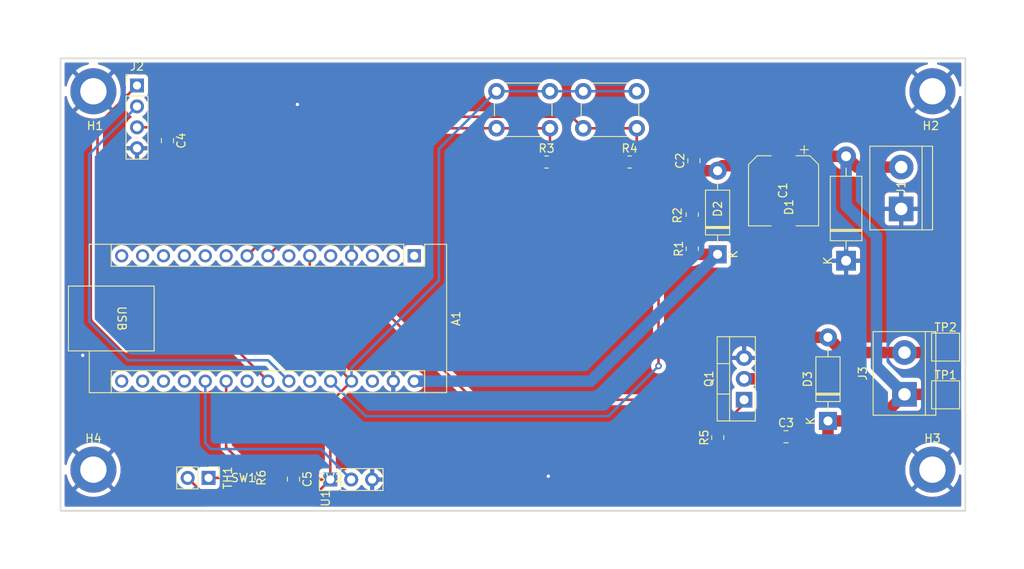
<source format=kicad_pcb>
(kicad_pcb (version 20211014) (generator pcbnew)
  (layers (0 "F.Cu" signal) (31 "B.Cu" signal) (34 "B.Paste" user) (35 "F.Paste" user) (36 "B.SilkS" user "B.Silkscreen") (37 "F.SilkS" user "F.Silkscreen") (38 "B.Mask" user) (39 "F.Mask" user) (44 "Edge.Cuts" user))
  (net 0 "")
  (net 4 "GND")
  (net 6 "GATE")
  (net 8 "/UP_SW")
  (net 9 "/DN_SW")
  (net 19 "V_DIV")
  (net 20 "TEMP_DATA0")
  (net 21 "TEMP_DATA")
  (net 23 "/SDA_OLED")
  (net 24 "/SCL_OLED")
  (net 26 "+5V")
  (net 28 "VD")
  (net 29 "VCC")
  (net 30 "Net-(C3-Pad2)")
  (footprint "Resistor_SMD:R_0805_2012Metric" (layer "F.Cu") (at 144.8 75.14 90)
    (fp_text reference "R1" (at 0 -1.65 90) (layer "F.SilkS"))
    (fp_text value "3K")
    (fp_line (start -0.227064 0.735) (end 0.227064 0.735) (layer "F.SilkS") (width 0.12))
    (fp_line (start -0.227064 -0.735) (end 0.227064 -0.735) (layer "F.SilkS") (width 0.12))
    (pad "1" smd roundrect (at -0.9125 0 90) (size 1.025 1.4) (layers "F.Cu" "F.Paste" "F.Mask") (roundrect_rratio 0.243902439) (net 28 "VD"))
    (pad "2" smd roundrect (at 0.9125 0 90) (size 1.025 1.4) (layers "F.Cu" "F.Paste" "F.Mask") (roundrect_rratio 0.243902439) (net 19 "V_DIV"))
  )
  (footprint "Resistor_SMD:R_0805_2012Metric" (layer "F.Cu") (at 144.8 70.9875 -90)
    (fp_text reference "R2" (at 0.1 1.8 90) (layer "F.SilkS"))
    (fp_text value "1K")
    (fp_line (start -0.227064 0.735) (end 0.227064 0.735) (layer "F.SilkS") (width 0.12))
    (fp_line (start -0.227064 -0.735) (end 0.227064 -0.735) (layer "F.SilkS") (width 0.12))
    (pad "1" smd roundrect (at -0.9125 0 270) (size 1.025 1.4) (layers "F.Cu" "F.Paste" "F.Mask") (roundrect_rratio 0.243902439) (net 4 "GND"))
    (pad "2" smd roundrect (at 0.9125 0 270) (size 1.025 1.4) (layers "F.Cu" "F.Paste" "F.Mask") (roundrect_rratio 0.243902439) (net 19 "V_DIV"))
  )
  (footprint "Diode_THT:D_DO-41_SOD81_P10.16mm_Horizontal" (layer "F.Cu") (at 147.88 75.82 90)
    (fp_text reference "D2" (at 5.52 0.02 90) (layer "F.SilkS"))
    (fp_text value "D")
    (fp_text user "K" (at 0 1.92 90) (layer "F.SilkS"))
    (fp_line (start 3.14 -1.47) (end 3.14 1.47) (layer "F.SilkS") (width 0.12))
    (fp_line (start 3.26 -1.47) (end 3.26 1.47) (layer "F.SilkS") (width 0.12))
    (fp_line (start 3.38 -1.47) (end 3.38 1.47) (layer "F.SilkS") (width 0.12))
    (fp_line (start 1.34 0) (end 2.36 0) (layer "F.SilkS") (width 0.12))
    (fp_line (start 2.36 1.47) (end 7.8 1.47) (layer "F.SilkS") (width 0.12))
    (fp_line (start 7.8 1.47) (end 7.8 -1.47) (layer "F.SilkS") (width 0.12))
    (fp_line (start 8.82 0) (end 7.8 0) (layer "F.SilkS") (width 0.12))
    (fp_line (start 2.36 -1.47) (end 2.36 1.47) (layer "F.SilkS") (width 0.12))
    (fp_line (start 7.8 -1.47) (end 2.36 -1.47) (layer "F.SilkS") (width 0.12))
    (pad "1" thru_hole rect (at 0 0 90) (size 2.2 2.2) (drill 1.1) (layers *.Cu *.Mask) (net 28 "VD"))
    (pad "2" thru_hole oval (at 10.16 0 90) (size 2.2 2.2) (drill 1.1) (layers *.Cu *.Mask) (net 29 "VCC"))
  )
  (footprint "Resistor_SMD:R_0805_2012Metric" (layer "F.Cu") (at 90.925 102.9875 -90)
    (fp_text reference "R6" (at 0 -1.49 90) (layer "F.SilkS"))
    (fp_text value "100K")
    (fp_line (start -0.227064 -0.735) (end 0.227064 -0.735) (layer "F.SilkS") (width 0.12))
    (fp_line (start -0.227064 0.735) (end 0.227064 0.735) (layer "F.SilkS") (width 0.12))
    (pad "1" smd roundrect (at -0.9125 0 270) (size 1.025 1.4) (layers "F.Cu" "F.Paste" "F.Mask") (roundrect_rratio 0.243902439) (net 21 "TEMP_DATA"))
    (pad "2" smd roundrect (at 0.9125 0 270) (size 1.025 1.4) (layers "F.Cu" "F.Paste" "F.Mask") (roundrect_rratio 0.243902439) (net 4 "GND"))
  )
  (footprint "Capacitor_SMD:C_0805_2012Metric" (layer "F.Cu") (at 156.2 98)
    (fp_text reference "C3" (at 0 -1.68) (layer "F.SilkS"))
    (fp_text value "1nF")
    (fp_line (start -0.261252 0.735) (end 0.261252 0.735) (layer "F.SilkS") (width 0.12))
    (fp_line (start -0.261252 -0.735) (end 0.261252 -0.735) (layer "F.SilkS") (width 0.12))
    (pad "1" smd roundrect (at -0.95 0) (size 1 1.45) (layers "F.Cu" "F.Paste" "F.Mask") (net 29 "VCC"))
    (pad "2" smd roundrect (at 0.95 0) (size 1 1.45) (layers "F.Cu" "F.Paste" "F.Mask") (net 30 "Net-(C3-Pad2)"))
  )
  (footprint "Capacitor_SMD:C_0805_2012Metric" (layer "F.Cu") (at 96.325 103.15 -90)
    (fp_text reference "C5" (at 0 -1.68 90) (layer "F.SilkS"))
    (fp_text value "100nF")
    (fp_line (start -0.261252 0.735) (end 0.261252 0.735) (layer "F.SilkS") (width 0.12))
    (fp_line (start -0.261252 -0.735) (end 0.261252 -0.735) (layer "F.SilkS") (width 0.12))
    (pad "1" smd roundrect (at -0.95 0 270) (size 1 1.45) (layers "F.Cu" "F.Paste" "F.Mask") (net 26 "+5V"))
    (pad "2" smd roundrect (at 0.95 0 270) (size 1 1.45) (layers "F.Cu" "F.Paste" "F.Mask") (net 4 "GND"))
  )
  (footprint "Diode_THT:D_DO-41_SOD81_P10.16mm_Horizontal" (layer "F.Cu") (at 161.3 96.08 90)
    (fp_text reference "D3" (at 5.08 -2.47 90) (layer "F.SilkS"))
    (fp_text value "D_Zener")
    (fp_text user "K" (at 0 -2.1 90) (layer "F.SilkS"))
    (fp_line (start 1.34 0) (end 2.36 0) (layer "F.SilkS") (width 0.12))
    (fp_line (start 3.14 -1.47) (end 3.14 1.47) (layer "F.SilkS") (width 0.12))
    (fp_line (start 2.36 -1.47) (end 2.36 1.47) (layer "F.SilkS") (width 0.12))
    (fp_line (start 7.8 -1.47) (end 2.36 -1.47) (layer "F.SilkS") (width 0.12))
    (fp_line (start 3.26 -1.47) (end 3.26 1.47) (layer "F.SilkS") (width 0.12))
    (fp_line (start 3.38 -1.47) (end 3.38 1.47) (layer "F.SilkS") (width 0.12))
    (fp_line (start 8.82 0) (end 7.8 0) (layer "F.SilkS") (width 0.12))
    (fp_line (start 7.8 1.47) (end 7.8 -1.47) (layer "F.SilkS") (width 0.12))
    (fp_line (start 2.36 1.47) (end 7.8 1.47) (layer "F.SilkS") (width 0.12))
    (pad "1" thru_hole rect (at 0 0 90) (size 2.2 2.2) (drill 1.1) (layers *.Cu *.Mask) (net 29 "VCC"))
    (pad "2" thru_hole oval (at 10.16 0 90) (size 2.2 2.2) (drill 1.1) (layers *.Cu *.Mask) (net 30 "Net-(C3-Pad2)"))
  )
  (footprint "Connector_PinHeader_2.54mm:PinHeader_1x02_P2.54mm_Vertical" (layer "F.Cu") (at 86 103 -90)
    (fp_text reference "TH1" (at 0 -2.33 90) (layer "F.SilkS"))
    (fp_text value "Thermistor 100K")
    (fp_line (start -1.33 0) (end -1.33 -1.33) (layer "F.SilkS") (width 0.12))
    (fp_line (start 1.33 1.27) (end 1.33 3.87) (layer "F.SilkS") (width 0.12))
    (fp_line (start -1.33 -1.33) (end 0 -1.33) (layer "F.SilkS") (width 0.12))
    (fp_line (start -1.33 1.27) (end -1.33 3.87) (layer "F.SilkS") (width 0.12))
    (fp_line (start -1.33 1.27) (end 1.33 1.27) (layer "F.SilkS") (width 0.12))
    (fp_line (start -1.33 3.87) (end 1.33 3.87) (layer "F.SilkS") (width 0.12))
    (pad "1" thru_hole rect (at 0 0 270) (size 1.7 1.7) (drill 1) (layers *.Cu *.Mask) (net 21 "TEMP_DATA"))
    (pad "2" thru_hole oval (at 0 2.54 270) (size 1.7 1.7) (drill 1) (layers *.Cu *.Mask) (net 26 "+5V"))
  )
  (footprint "Diode_THT:D_DO-15_P12.70mm_Horizontal" (layer "F.Cu") (at 163.5 76.6 90)
    (fp_text reference "D1" (at 6.51 -6.94 90) (layer "F.SilkS"))
    (fp_text value "ESD")
    (fp_text user "K" (at 0 -2.2 90) (layer "F.SilkS"))
    (fp_line (start 11.26 0) (end 10.27 0) (layer "F.SilkS") (width 0.12))
    (fp_line (start 1.44 0) (end 2.43 0) (layer "F.SilkS") (width 0.12))
    (fp_line (start 3.81 -1.92) (end 3.81 1.92) (layer "F.SilkS") (width 0.12))
    (fp_line (start 2.43 1.92) (end 10.27 1.92) (layer "F.SilkS") (width 0.12))
    (fp_line (start 10.27 -1.92) (end 2.43 -1.92) (layer "F.SilkS") (width 0.12))
    (fp_line (start 3.57 -1.92) (end 3.57 1.92) (layer "F.SilkS") (width 0.12))
    (fp_line (start 2.43 -1.92) (end 2.43 1.92) (layer "F.SilkS") (width 0.12))
    (fp_line (start 10.27 1.92) (end 10.27 -1.92) (layer "F.SilkS") (width 0.12))
    (fp_line (start 3.69 -1.92) (end 3.69 1.92) (layer "F.SilkS") (width 0.12))
    (pad "1" thru_hole rect (at 0 0 90) (size 2.4 2.4) (drill 1.2) (layers *.Cu *.Mask) (net 4 "GND"))
    (pad "2" thru_hole oval (at 12.7 0 90) (size 2.4 2.4) (drill 1.2) (layers *.Cu *.Mask) (net 29 "VCC"))
  )
  (footprint "MountingHole:MountingHole_3.2mm_M3_DIN965_Pad" (layer "F.Cu") (at 72 102)
    (fp_text reference "H4" (at 0 -3.8) (layer "F.SilkS"))
    (fp_text value "MountingHole_Pad")
    (pad "1" thru_hole circle (at 0 0) (size 5.6 5.6) (drill 3.2) (layers *.Cu *.Mask) (net 4 "GND"))
  )
  (footprint "TestPoint:TestPoint_Pad_3.0x3.0mm" (layer "F.Cu") (at 175.6 92.9)
    (fp_text reference "TP1" (at 0 -2.398) (layer "F.SilkS"))
    (fp_text value "TestPoint")
    (fp_line (start -1.7 -1.7) (end 1.7 -1.7) (layer "F.SilkS") (width 0.12))
    (fp_line (start 1.7 -1.7) (end 1.7 1.7) (layer "F.SilkS") (width 0.12))
    (fp_line (start 1.7 1.7) (end -1.7 1.7) (layer "F.SilkS") (width 0.12))
    (fp_line (start -1.7 1.7) (end -1.7 -1.7) (layer "F.SilkS") (width 0.12))
    (pad "1" smd rect (at 0 0) (size 3 3) (layers "F.Cu" "F.Mask") (net 29 "VCC"))
  )
  (footprint "Resistor_SMD:R_0805_2012Metric" (layer "F.Cu") (at 127.0875 64.6)
    (fp_text reference "R3" (at 0 -1.65) (layer "F.SilkS"))
    (fp_text value "10K")
    (fp_line (start -0.227064 -0.735) (end 0.227064 -0.735) (layer "F.SilkS") (width 0.12))
    (fp_line (start -0.227064 0.735) (end 0.227064 0.735) (layer "F.SilkS") (width 0.12))
    (pad "1" smd roundrect (at -0.9125 0) (size 1.025 1.4) (layers "F.Cu" "F.Paste" "F.Mask") (roundrect_rratio 0.243902439) (net 4 "GND"))
    (pad "2" smd roundrect (at 0.9125 0) (size 1.025 1.4) (layers "F.Cu" "F.Paste" "F.Mask") (roundrect_rratio 0.243902439) (net 8 "/UP_SW"))
  )
  (footprint "Capacitor_SMD:C_0805_2012Metric" (layer "F.Cu") (at 145 64.45 90)
    (fp_text reference "C2" (at 0 -1.68 90) (layer "F.SilkS"))
    (fp_text value "100nF")
    (fp_line (start -0.261252 -0.735) (end 0.261252 -0.735) (layer "F.SilkS") (width 0.12))
    (fp_line (start -0.261252 0.735) (end 0.261252 0.735) (layer "F.SilkS") (width 0.12))
    (pad "1" smd roundrect (at -0.95 0 90) (size 1 1.45) (layers "F.Cu" "F.Paste" "F.Mask") (net 29 "VCC"))
    (pad "2" smd roundrect (at 0.95 0 90) (size 1 1.45) (layers "F.Cu" "F.Paste" "F.Mask") (net 4 "GND"))
  )
  (footprint "MountingHole:MountingHole_3.2mm_M3_DIN965_Pad" (layer "F.Cu") (at 174 56)
    (fp_text reference "H2" (at -0.2 4.2) (layer "F.SilkS"))
    (fp_text value "MountingHole_Pad")
    (pad "1" thru_hole circle (at 0 0) (size 5.6 5.6) (drill 3.2) (layers *.Cu *.Mask) (net 4 "GND"))
  )
  (footprint "Connector_PinHeader_2.54mm:PinHeader_1x04_P2.54mm_Vertical" (layer "F.Cu") (at 77.3 55.3)
    (fp_text reference "J2" (at 0 -2.33) (layer "F.SilkS"))
    (fp_text value "OLED 0.91''")
    (fp_line (start -1.33 8.95) (end 1.33 8.95) (layer "F.SilkS") (width 0.12))
    (fp_line (start -1.33 1.27) (end 1.33 1.27) (layer "F.SilkS") (width 0.12))
    (fp_line (start -1.33 1.27) (end -1.33 8.95) (layer "F.SilkS") (width 0.12))
    (fp_line (start -1.33 -1.33) (end 0 -1.33) (layer "F.SilkS") (width 0.12))
    (fp_line (start 1.33 1.27) (end 1.33 8.95) (layer "F.SilkS") (width 0.12))
    (fp_line (start -1.33 0) (end -1.33 -1.33) (layer "F.SilkS") (width 0.12))
    (pad "1" thru_hole rect (at 0 0) (size 1.7 1.7) (drill 1) (layers *.Cu *.Mask) (net 23 "/SDA_OLED"))
    (pad "2" thru_hole oval (at 0 2.54) (size 1.7 1.7) (drill 1) (layers *.Cu *.Mask) (net 24 "/SCL_OLED"))
    (pad "3" thru_hole oval (at 0 5.08) (size 1.7 1.7) (drill 1) (layers *.Cu *.Mask) (net 26 "+5V"))
    (pad "4" thru_hole oval (at 0 7.62) (size 1.7 1.7) (drill 1) (layers *.Cu *.Mask) (net 4 "GND"))
  )
  (footprint "Resistor_SMD:R_0805_2012Metric" (layer "F.Cu") (at 147.9 98.1 90)
    (fp_text reference "R5" (at 0 -1.65 90) (layer "F.SilkS"))
    (fp_text value "10K")
    (fp_line (start -0.227064 -0.735) (end 0.227064 -0.735) (layer "F.SilkS") (width 0.12))
    (fp_line (start -0.227064 0.735) (end 0.227064 0.735) (layer "F.SilkS") (width 0.12))
    (pad "1" smd roundrect (at -0.9125 0 90) (size 1.025 1.4) (layers "F.Cu" "F.Paste" "F.Mask") (roundrect_rratio 0.243902439) (net 4 "GND"))
    (pad "2" smd roundrect (at 0.9125 0 90) (size 1.025 1.4) (layers "F.Cu" "F.Paste" "F.Mask") (roundrect_rratio 0.243902439) (net 6 "GATE"))
  )
  (footprint "Capacitor_SMD:C_0805_2012Metric" (layer "F.Cu") (at 81 62 -90)
    (fp_text reference "C4" (at 0 -1.68 90) (layer "F.SilkS"))
    (fp_text value "100nF")
    (fp_line (start -0.261252 -0.735) (end 0.261252 -0.735) (layer "F.SilkS") (width 0.12))
    (fp_line (start -0.261252 0.735) (end 0.261252 0.735) (layer "F.SilkS") (width 0.12))
    (pad "1" smd roundrect (at -0.95 0 270) (size 1 1.45) (layers "F.Cu" "F.Paste" "F.Mask") (net 26 "+5V"))
    (pad "2" smd roundrect (at 0.95 0 270) (size 1 1.45) (layers "F.Cu" "F.Paste" "F.Mask") (net 4 "GND"))
  )
  (footprint "TestPoint:TestPoint_Pad_3.0x3.0mm" (layer "F.Cu") (at 175.6 87.1)
    (fp_text reference "TP2" (at 0 -2.398) (layer "F.SilkS"))
    (fp_text value "TestPoint")
    (fp_line (start 1.7 1.7) (end -1.7 1.7) (layer "F.SilkS") (width 0.12))
    (fp_line (start -1.7 1.7) (end -1.7 -1.7) (layer "F.SilkS") (width 0.12))
    (fp_line (start 1.7 -1.7) (end 1.7 1.7) (layer "F.SilkS") (width 0.12))
    (fp_line (start -1.7 -1.7) (end 1.7 -1.7) (layer "F.SilkS") (width 0.12))
    (pad "1" smd rect (at 0 0) (size 3 3) (layers "F.Cu" "F.Mask") (net 30 "Net-(C3-Pad2)"))
  )
  (footprint "Resistor_SMD:R_0805_2012Metric" (layer "F.Cu") (at 137.1875 64.6)
    (fp_text reference "R4" (at 0 -1.65) (layer "F.SilkS"))
    (fp_text value "10K")
    (fp_line (start -0.227064 0.735) (end 0.227064 0.735) (layer "F.SilkS") (width 0.12))
    (fp_line (start -0.227064 -0.735) (end 0.227064 -0.735) (layer "F.SilkS") (width 0.12))
    (pad "1" smd roundrect (at -0.9125 0) (size 1.025 1.4) (layers "F.Cu" "F.Paste" "F.Mask") (roundrect_rratio 0.243902439) (net 4 "GND"))
    (pad "2" smd roundrect (at 0.9125 0) (size 1.025 1.4) (layers "F.Cu" "F.Paste" "F.Mask") (roundrect_rratio 0.243902439) (net 9 "/DN_SW"))
  )
  (footprint "MountingHole:MountingHole_3.2mm_M3_DIN965_Pad" (layer "F.Cu") (at 174 102)
    (fp_text reference "H3" (at 0 -3.8) (layer "F.SilkS"))
    (fp_text value "MountingHole_Pad")
    (pad "1" thru_hole circle (at 0 0) (size 5.6 5.6) (drill 3.2) (layers *.Cu *.Mask) (net 4 "GND"))
  )
  (footprint "MountingHole:MountingHole_3.2mm_M3_DIN965_Pad" (layer "F.Cu") (at 72 56)
    (fp_text reference "H1" (at 0.2 4.2) (layer "F.SilkS"))
    (fp_text value "MountingHole_Pad")
    (pad "1" thru_hole circle (at 0 0) (size 5.6 5.6) (drill 3.2) (layers *.Cu *.Mask) (net 4 "GND"))
  )
  (footprint "Button_Switch_THT:SW_PUSH_6mm" (layer "F.Cu") (at 121 56)
    (fp_text reference "SW1" (at -30.75 47) (layer "F.SilkS"))
    (fp_text value "SW_Push")
    (fp_line (start -0.25 1.5) (end -0.25 3) (layer "F.SilkS") (width 0.12))
    (fp_line (start 6.75 3) (end 6.75 1.5) (layer "F.SilkS") (width 0.12))
    (fp_line (start 5.5 -1) (end 1 -1) (layer "F.SilkS") (width 0.12))
    (fp_line (start 1 5.5) (end 5.5 5.5) (layer "F.SilkS") (width 0.12))
    (pad "1" thru_hole circle (at 0 0 90) (size 2 2) (drill 1.1) (layers *.Cu *.Mask) (net 26 "+5V"))
    (pad "1" thru_hole circle (at 6.5 0 90) (size 2 2) (drill 1.1) (layers *.Cu *.Mask) (net 26 "+5V"))
    (pad "2" thru_hole circle (at 6.5 4.5 90) (size 2 2) (drill 1.1) (layers *.Cu *.Mask) (net 8 "/UP_SW"))
    (pad "2" thru_hole circle (at 0 4.5 90) (size 2 2) (drill 1.1) (layers *.Cu *.Mask) (net 8 "/UP_SW"))
  )
  (footprint "TerminalBlock:TerminalBlock_bornier-2_P5.08mm" (layer "F.Cu") (at 170.6 92.84 90)
    (fp_text reference "J3" (at 2.54 -5.08 90) (layer "F.SilkS"))
    (fp_text value "Screw_Terminal_01x02")
    (fp_line (start 7.62 3.81) (end 7.62 -3.81) (layer "F.SilkS") (width 0.12))
    (fp_line (start -2.54 3.81) (end 7.62 3.81) (layer "F.SilkS") (width 0.12))
    (fp_line (start -2.54 -3.81) (end -2.54 3.81) (layer "F.SilkS") (width 0.12))
    (fp_line (start 7.62 -3.81) (end -2.54 -3.81) (layer "F.SilkS") (width 0.12))
    (fp_line (start 7.62 2.54) (end -2.54 2.54) (layer "F.SilkS") (width 0.12))
    (pad "1" thru_hole rect (at 0 0 90) (size 3 3) (drill 1.52) (layers *.Cu *.Mask) (net 29 "VCC"))
    (pad "2" thru_hole circle (at 5.08 0 90) (size 3 3) (drill 1.52) (layers *.Cu *.Mask) (net 30 "Net-(C3-Pad2)"))
  )
  (footprint "Capacitor_SMD:CP_Elec_8x5.4" (layer "F.Cu") (at 155.9 68.1 -90)
    (fp_text reference "C1" (at -0.04 0.08 90) (layer "F.SilkS"))
    (fp_text value "100uF")
    (fp_line (start -3.195563 -4.26) (end 4.26 -4.26) (layer "F.SilkS") (width 0.12))
    (fp_line (start 4.26 4.26) (end 4.26 1.51) (layer "F.SilkS") (width 0.12))
    (fp_line (start -5.5 -2.51) (end -4.5 -2.51) (layer "F.SilkS") (width 0.12))
    (fp_line (start -4.26 -3.195563) (end -3.195563 -4.26) (layer "F.SilkS") (width 0.12))
    (fp_line (start 4.26 -4.26) (end 4.26 -1.51) (layer "F.SilkS") (width 0.12))
    (fp_line (start -4.26 3.195563) (end -4.26 1.51) (layer "F.SilkS") (width 0.12))
    (fp_line (start -4.26 3.195563) (end -3.195563 4.26) (layer "F.SilkS") (width 0.12))
    (fp_line (start -5 -3.01) (end -5 -2.01) (layer "F.SilkS") (width 0.12))
    (fp_line (start -3.195563 4.26) (end 4.26 4.26) (layer "F.SilkS") (width 0.12))
    (fp_line (start -4.26 -3.195563) (end -4.26 -1.51) (layer "F.SilkS") (width 0.12))
    (pad "1" smd roundrect (at -3.05 0 270) (size 4 2.5) (layers "F.Cu" "F.Paste" "F.Mask") (roundrect_rratio 0.1) (net 29 "VCC"))
    (pad "2" smd roundrect (at 3.05 0 270) (size 4 2.5) (layers "F.Cu" "F.Paste" "F.Mask") (roundrect_rratio 0.1) (net 4 "GND"))
  )
  (footprint "TerminalBlock:TerminalBlock_bornier-2_P5.08mm" (layer "F.Cu") (at 170.2 70.3 90)
    (fp_text reference "J1" (at 2.6 0 90) (layer "F.SilkS"))
    (fp_text value "Screw_Terminal_01x02")
    (fp_line (start 7.62 -3.81) (end -2.54 -3.81) (layer "F.SilkS") (width 0.12))
    (fp_line (start -2.54 3.81) (end 7.62 3.81) (layer "F.SilkS") (width 0.12))
    (fp_line (start 7.62 3.81) (end 7.62 -3.81) (layer "F.SilkS") (width 0.12))
    (fp_line (start -2.54 -3.81) (end -2.54 3.81) (layer "F.SilkS") (width 0.12))
    (fp_line (start 7.62 2.54) (end -2.54 2.54) (layer "F.SilkS") (width 0.12))
    (pad "1" thru_hole rect (at 0 0 90) (size 3 3) (drill 1.52) (layers *.Cu *.Mask) (net 4 "GND"))
    (pad "2" thru_hole circle (at 5.08 0 90) (size 3 3) (drill 1.52) (layers *.Cu *.Mask) (net 29 "VCC"))
  )
  (footprint "Package_TO_SOT_THT:TO-220-3_Vertical" (layer "F.Cu") (at 151.1 93.5 90)
    (fp_text reference "Q1" (at 2.54 -4.27 90) (layer "F.SilkS"))
    (fp_text value "MOSFET")
    (fp_line (start -2.58 -1.76) (end 7.66 -1.76) (layer "F.SilkS") (width 0.12))
    (fp_line (start -2.58 -3.27) (end 7.66 -3.27) (layer "F.SilkS") (width 0.12))
    (fp_line (start -2.58 -3.27) (end -2.58 1.371) (layer "F.SilkS") (width 0.12))
    (fp_line (start 0.69 -3.27) (end 0.69 -1.76) (layer "F.SilkS") (width 0.12))
    (fp_line (start 7.66 -3.27) (end 7.66 1.371) (layer "F.SilkS") (width 0.12))
    (fp_line (start 4.391 -3.27) (end 4.391 -1.76) (layer "F.SilkS") (width 0.12))
    (fp_line (start -2.58 1.371) (end 7.66 1.371) (layer "F.SilkS") (width 0.12))
    (pad "1" thru_hole rect (at 0 0 90) (size 1.905 2) (drill 1.1) (layers *.Cu *.Mask) (net 6 "GATE"))
    (pad "2" thru_hole oval (at 2.54 0 90) (size 1.905 2) (drill 1.1) (layers *.Cu *.Mask) (net 30 "Net-(C3-Pad2)"))
    (pad "3" thru_hole oval (at 5.08 0 90) (size 1.905 2) (drill 1.1) (layers *.Cu *.Mask) (net 4 "GND"))
  )
  (footprint "Module:Arduino_Nano" (layer "F.Cu") (at 111 76 -90)
    (fp_text reference "A1" (at 7.62 -5.08 90) (layer "F.SilkS"))
    (fp_text value "Arduino_Nano_v3.x")
    (fp_text user "USB" (at 7.62 35.56 -90 unlocked) (layer "F.SilkS"))
    (fp_line (start 1.27 1.27) (end -1.4 1.27) (layer "F.SilkS") (width 0.12))
    (fp_line (start 16.64 -3.94) (end -1.4 -3.94) (layer "F.SilkS") (width 0.12))
    (fp_line (start -1.4 39.5) (end 3.68 39.5) (layer "F.SilkS") (width 0.12))
    (fp_line (start 1.27 36.83) (end -1.4 36.83) (layer "F.SilkS") (width 0.12))
    (fp_line (start 16.64 39.5) (end 11.56 39.5) (layer "F.SilkS") (width 0.12))
    (fp_line (start 1.27 1.27) (end 1.27 -1.27) (layer "F.SilkS") (width 0.12))
    (fp_line (start 11.56 42.04) (end 3.68 42.04) (layer "F.SilkS") (width 0.12))
    (fp_line (start 3.68 42.04) (end 3.68 31.62) (layer "F.SilkS") (width 0.12))
    (fp_line (start 1.27 -1.27) (end -1.4 -1.27) (layer "F.SilkS") (width 0.12))
    (fp_line (start 11.56 31.62) (end 11.56 42.04) (layer "F.SilkS") (width 0.12))
    (fp_line (start 16.64 39.5) (end 16.64 -3.94) (layer "F.SilkS") (width 0.12))
    (fp_line (start 13.97 -1.27) (end 16.64 -1.27) (layer "F.SilkS") (width 0.12))
    (fp_line (start -1.4 1.27) (end -1.4 39.5) (layer "F.SilkS") (width 0.12))
    (fp_line (start 13.97 -1.27) (end 13.97 36.83) (layer "F.SilkS") (width 0.12))
    (fp_line (start 1.27 1.27) (end 1.27 36.83) (layer "F.SilkS") (width 0.12))
    (fp_line (start 3.68 31.62) (end 11.56 31.62) (layer "F.SilkS") (width 0.12))
    (fp_line (start 13.97 36.83) (end 16.64 36.83) (layer "F.SilkS") (width 0.12))
    (fp_line (start -1.4 -3.94) (end -1.4 -1.27) (layer "F.SilkS") (width 0.12))
    (pad "1" thru_hole rect (at 0 0 270) (size 1.6 1.6) (drill 1) (layers *.Cu *.Mask))
    (pad "2" thru_hole oval (at 0 2.54 270) (size 1.6 1.6) (drill 1) (layers *.Cu *.Mask))
    (pad "3" thru_hole oval (at 0 5.08 270) (size 1.6 1.6) (drill 1) (layers *.Cu *.Mask))
    (pad "4" thru_hole oval (at 0 7.62 270) (size 1.6 1.6) (drill 1) (layers *.Cu *.Mask) (net 4 "GND"))
    (pad "5" thru_hole oval (at 0 10.16 270) (size 1.6 1.6) (drill 1) (layers *.Cu *.Mask))
    (pad "6" thru_hole oval (at 0 12.7 270) (size 1.6 1.6) (drill 1) (layers *.Cu *.Mask) (net 6 "GATE"))
    (pad "7" thru_hole oval (at 0 15.24 270) (size 1.6 1.6) (drill 1) (layers *.Cu *.Mask))
    (pad "8" thru_hole oval (at 0 17.78 270) (size 1.6 1.6) (drill 1) (layers *.Cu *.Mask) (net 8 "/UP_SW"))
    (pad "9" thru_hole oval (at 0 20.32 270) (size 1.6 1.6) (drill 1) (layers *.Cu *.Mask) (net 9 "/DN_SW"))
    (pad "10" thru_hole oval (at 0 22.86 270) (size 1.6 1.6) (drill 1) (layers *.Cu *.Mask))
    (pad "11" thru_hole oval (at 0 25.4 270) (size 1.6 1.6) (drill 1) (layers *.Cu *.Mask))
    (pad "12" thru_hole oval (at 0 27.94 270) (size 1.6 1.6) (drill 1) (layers *.Cu *.Mask))
    (pad "13" thru_hole oval (at 0 30.48 270) (size 1.6 1.6) (drill 1) (layers *.Cu *.Mask))
    (pad "14" thru_hole oval (at 0 33.02 270) (size 1.6 1.6) (drill 1) (layers *.Cu *.Mask))
    (pad "15" thru_hole oval (at 0 35.56 270) (size 1.6 1.6) (drill 1) (layers *.Cu *.Mask))
    (pad "16" thru_hole oval (at 15.24 35.56 270) (size 1.6 1.6) (drill 1) (layers *.Cu *.Mask))
    (pad "17" thru_hole oval (at 15.24 33.02 270) (size 1.6 1.6) (drill 1) (layers *.Cu *.Mask))
    (pad "18" thru_hole oval (at 15.24 30.48 270) (size 1.6 1.6) (drill 1) (layers *.Cu *.Mask))
    (pad "19" thru_hole oval (at 15.24 27.94 270) (size 1.6 1.6) (drill 1) (layers *.Cu *.Mask))
    (pad "20" thru_hole oval (at 15.24 25.4 270) (size 1.6 1.6) (drill 1) (layers *.Cu *.Mask) (net 20 "TEMP_DATA0"))
    (pad "21" thru_hole oval (at 15.24 22.86 270) (size 1.6 1.6) (drill 1) (layers *.Cu *.Mask) (net 21 "TEMP_DATA"))
    (pad "22" thru_hole oval (at 15.24 20.32 270) (size 1.6 1.6) (drill 1) (layers *.Cu *.Mask))
    (pad "23" thru_hole oval (at 15.24 17.78 270) (size 1.6 1.6) (drill 1) (layers *.Cu *.Mask) (net 23 "/SDA_OLED"))
    (pad "24" thru_hole oval (at 15.24 15.24 270) (size 1.6 1.6) (drill 1) (layers *.Cu *.Mask) (net 24 "/SCL_OLED"))
    (pad "25" thru_hole oval (at 15.24 12.7 270) (size 1.6 1.6) (drill 1) (layers *.Cu *.Mask))
    (pad "26" thru_hole oval (at 15.24 10.16 270) (size 1.6 1.6) (drill 1) (layers *.Cu *.Mask) (net 19 "V_DIV"))
    (pad "27" thru_hole oval (at 15.24 7.62 270) (size 1.6 1.6) (drill 1) (layers *.Cu *.Mask) (net 26 "+5V"))
    (pad "28" thru_hole oval (at 15.24 5.08 270) (size 1.6 1.6) (drill 1) (layers *.Cu *.Mask))
    (pad "29" thru_hole oval (at 15.24 2.54 270) (size 1.6 1.6) (drill 1) (layers *.Cu *.Mask) (net 4 "GND"))
    (pad "30" thru_hole oval (at 15.24 0 270) (size 1.6 1.6) (drill 1) (layers *.Cu *.Mask) (net 28 "VD"))
  )
  (footprint "Connector_PinHeader_2.54mm:PinHeader_1x03_P2.54mm_Vertical" (layer "F.Cu") (at 100.8 103.2 90)
    (fp_text reference "U1" (at -2.3 -0.575 90) (layer "F.SilkS"))
    (fp_text value "TSIC206-TO92")
    (fp_line (start -1.33 -1.33) (end 0 -1.33) (layer "F.SilkS") (width 0.12))
    (fp_line (start -1.33 6.41) (end 1.33 6.41) (layer "F.SilkS") (width 0.12))
    (fp_line (start -1.33 1.27) (end -1.33 6.41) (layer "F.SilkS") (width 0.12))
    (fp_line (start -1.33 0) (end -1.33 -1.33) (layer "F.SilkS") (width 0.12))
    (fp_line (start -1.33 1.27) (end 1.33 1.27) (layer "F.SilkS") (width 0.12))
    (fp_line (start 1.33 1.27) (end 1.33 6.41) (layer "F.SilkS") (width 0.12))
    (pad "1" thru_hole rect (at 0 0 90) (size 1.7 1.7) (drill 1) (layers *.Cu *.Mask) (net 26 "+5V"))
    (pad "2" thru_hole oval (at 0 2.54 90) (size 1.7 1.7) (drill 1) (layers *.Cu *.Mask) (net 20 "TEMP_DATA0"))
    (pad "3" thru_hole oval (at 0 5.08 90) (size 1.7 1.7) (drill 1) (layers *.Cu *.Mask) (net 4 "GND"))
  )
  (footprint "Button_Switch_THT:SW_PUSH_6mm" (layer "F.Cu") (at 131.55 56)
    (fp_text reference "SW2" (at -30.75 47) (layer "F.SilkS"))
    (fp_text value "SW_Push")
    (fp_line (start 1 5.5) (end 5.5 5.5) (layer "F.SilkS") (width 0.12))
    (fp_line (start -0.25 1.5) (end -0.25 3) (layer "F.SilkS") (width 0.12))
    (fp_line (start 5.5 -1) (end 1 -1) (layer "F.SilkS") (width 0.12))
    (fp_line (start 6.75 3) (end 6.75 1.5) (layer "F.SilkS") (width 0.12))
    (pad "1" thru_hole circle (at 6.5 0 90) (size 2 2) (drill 1.1) (layers *.Cu *.Mask) (net 26 "+5V"))
    (pad "1" thru_hole circle (at 0 0 90) (size 2 2) (drill 1.1) (layers *.Cu *.Mask) (net 26 "+5V"))
    (pad "2" thru_hole circle (at 6.5 4.5 90) (size 2 2) (drill 1.1) (layers *.Cu *.Mask) (net 9 "/DN_SW"))
    (pad "2" thru_hole circle (at 0 4.5 90) (size 2 2) (drill 1.1) (layers *.Cu *.Mask) (net 9 "/DN_SW"))
  )
  (gr_rect (start 178 107) (end 68 52) (layer "Edge.Cuts") (width 0.2) (fill none))
  (via (at 70.7 88.1) (size 0.8) (drill 0.4) (layers "F.Cu" "B.Cu") (net 4))
  (via (at 96.8 57.6) (size 0.8) (drill 0.4) (layers "F.Cu" "B.Cu") (net 4))
  (via (at 127.3 102.8) (size 0.8) (drill 0.4) (layers "F.Cu" "B.Cu") (net 4))
  (segment (start 147.9 97.1875) (end 144.2125 93.5) (width 0.31) (layer "F.Cu") (net 6))
  (segment (start 151.1 93.5) (end 151.1 93.9875) (width 0.31) (layer "F.Cu") (net 6))
  (segment (start 151.1 93.9875) (end 147.9 97.1875) (width 0.31) (layer "F.Cu") (net 6))
  (segment (start 101 80.1) (end 98.3 77.4) (width 0.31) (layer "F.Cu") (net 6))
  (segment (start 118.2 93.5) (end 104.8 80.1) (width 0.31) (layer "F.Cu") (net 6))
  (segment (start 98.3 77.4) (end 98.3 76) (width 0.31) (layer "F.Cu") (net 6))
  (segment (start 144.2125 93.5) (end 118.2 93.5) (width 0.31) (layer "F.Cu") (net 6))
  (segment (start 104.8 80.1) (end 101 80.1) (width 0.31) (layer "F.Cu") (net 6))
  (segment (start 127.5 64.1) (end 127.5 60.5) (width 0.31) (layer "F.Cu") (net 8))
  (segment (start 121 60.5) (end 108.72 60.5) (width 0.31) (layer "F.Cu") (net 8))
  (segment (start 127.5 60.5) (end 121 60.5) (width 0.31) (layer "F.Cu") (net 8))
  (segment (start 128 64.6) (end 127.5 64.1) (width 0.31) (layer "F.Cu") (net 8))
  (segment (start 108.72 60.5) (end 93.22 76) (width 0.31) (layer "F.Cu") (net 8))
  (segment (start 130.15 59.1) (end 107.58 59.1) (width 0.31) (layer "F.Cu") (net 9))
  (segment (start 138.05 64.55) (end 138.05 60.5) (width 0.31) (layer "F.Cu") (net 9))
  (segment (start 138.05 60.5) (end 131.55 60.5) (width 0.31) (layer "F.Cu") (net 9))
  (segment (start 131.55 60.5) (end 130.15 59.1) (width 0.31) (layer "F.Cu") (net 9))
  (segment (start 107.58 59.1) (end 90.68 76) (width 0.31) (layer "F.Cu") (net 9))
  (segment (start 138.1 64.6) (end 138.05 64.55) (width 0.31) (layer "F.Cu") (net 9))
  (segment (start 140.7 78.3275) (end 144.8 74.2275) (width 0.31) (layer "F.Cu") (net 19))
  (segment (start 140.7 89.4) (end 140.7 78.3275) (width 0.31) (layer "F.Cu") (net 19))
  (segment (start 144.8 74.2275) (end 144.8 71.9) (width 1.4) (layer "F.Cu") (net 19))
  (via (at 140.7 89.4) (size 0.8) (drill 0.4) (layers "F.Cu" "B.Cu") (net 19))
  (segment (start 100.84 91.24) (end 105.1 95.5) (width 0.31) (layer "B.Cu") (net 19))
  (segment (start 105.1 95.5) (end 134.6 95.5) (width 0.31) (layer "B.Cu") (net 19))
  (segment (start 134.6 95.5) (end 140.7 89.4) (width 0.31) (layer "B.Cu") (net 19))
  (segment (start 103.34 103.2) (end 99.64 99.5) (width 0.31) (layer "B.Cu") (net 20))
  (segment (start 99.64 99.5) (end 86.3 99.5) (width 0.31) (layer "B.Cu") (net 20))
  (segment (start 85.6 98.8) (end 85.6 91.24) (width 0.31) (layer "B.Cu") (net 20))
  (segment (start 86.3 99.5) (end 85.6 98.8) (width 0.31) (layer "B.Cu") (net 20))
  (segment (start 90.925 102.075) (end 88.14 99.29) (width 0.31) (layer "F.Cu") (net 21))
  (segment (start 88.14 99.29) (end 88.14 91.24) (width 0.31) (layer "F.Cu") (net 21))
  (segment (start 86 103) (end 90 103) (width 0.31) (layer "F.Cu") (net 21))
  (segment (start 90 103) (end 90.925 102.075) (width 0.31) (layer "F.Cu") (net 21))
  (segment (start 72.5 60.1) (end 77.3 55.3) (width 0.31) (layer "F.Cu") (net 23))
  (segment (start 72.5 83.5) (end 72.5 60.1) (width 0.31) (layer "F.Cu") (net 23))
  (segment (start 89.08 87.1) (end 76.1 87.1) (width 0.31) (layer "F.Cu") (net 23))
  (segment (start 76.1 87.1) (end 72.5 83.5) (width 0.31) (layer "F.Cu") (net 23))
  (segment (start 93.22 91.24) (end 89.08 87.1) (width 0.31) (layer "F.Cu") (net 23))
  (segment (start 71.5 84) (end 76.2 88.7) (width 0.31) (layer "B.Cu") (net 24))
  (segment (start 71.5 63.64) (end 71.5 84) (width 0.31) (layer "B.Cu") (net 24))
  (segment (start 77.3 57.84) (end 71.5 63.64) (width 0.31) (layer "B.Cu") (net 24))
  (segment (start 76.2 88.7) (end 93.22 88.7) (width 0.31) (layer "B.Cu") (net 24))
  (segment (start 93.22 88.7) (end 95.76 91.24) (width 0.31) (layer "B.Cu") (net 24))
  (segment (start 73.5 80.3) (end 79.3 86.1) (width 0.31) (layer "F.Cu") (net 26))
  (segment (start 100.8 103.2) (end 100.8 93.82) (width 0.31) (layer "F.Cu") (net 26))
  (segment (start 97.325 103.2) (end 96.325 102.2) (width 0.31) (layer "F.Cu") (net 26))
  (segment (start 81 61.05) (end 79.92 62.13) (width 0.31) (layer "F.Cu") (net 26))
  (segment (start 77.3 60.38) (end 80.33 60.38) (width 0.31) (layer "F.Cu") (net 26))
  (segment (start 100.8 93.82) (end 103.38 91.24) (width 0.31) (layer "F.Cu") (net 26))
  (segment (start 79.92 62.13) (end 79.92 64.98) (width 0.31) (layer "F.Cu") (net 26))
  (segment (start 98.24 86.1) (end 103.38 91.24) (width 0.31) (layer "F.Cu") (net 26))
  (segment (start 100.8 103.2) (end 97.325 103.2) (width 0.31) (layer "F.Cu") (net 26))
  (segment (start 79.3 86.1) (end 98.24 86.1) (width 0.31) (layer "F.Cu") (net 26))
  (segment (start 79.92 64.98) (end 73.5 71.4) (width 0.31) (layer "F.Cu") (net 26))
  (segment (start 86.26 105.8) (end 83.46 103) (width 0.31) (layer "F.Cu") (net 26))
  (segment (start 98.2 105.8) (end 86.26 105.8) (width 0.31) (layer "F.Cu") (net 26))
  (segment (start 100.8 103.2) (end 98.2 105.8) (width 0.31) (layer "F.Cu") (net 26))
  (segment (start 73.5 71.4) (end 73.5 80.3) (width 0.31) (layer "F.Cu") (net 26))
  (segment (start 80.33 60.38) (end 81 61.05) (width 0.31) (layer "F.Cu") (net 26))
  (segment (start 131.55 56) (end 127.5 56) (width 0.31) (layer "B.Cu") (net 26))
  (segment (start 114 79) (end 103.38 89.62) (width 0.31) (layer "B.Cu") (net 26))
  (segment (start 121 56) (end 114 63) (width 0.31) (layer "B.Cu") (net 26))
  (segment (start 127.5 56) (end 121 56) (width 0.31) (layer "B.Cu") (net 26))
  (segment (start 138.05 56) (end 131.55 56) (width 0.31) (layer "B.Cu") (net 26))
  (segment (start 114 63) (end 114 79) (width 0.31) (layer "B.Cu") (net 26))
  (segment (start 103.38 89.62) (end 103.38 91.24) (width 0.31) (layer "B.Cu") (net 26))
  (segment (start 145.0325 75.82) (end 144.8 76.0525) (width 1.4) (layer "F.Cu") (net 28))
  (segment (start 147.88 75.82) (end 145.0325 75.82) (width 1.4) (layer "F.Cu") (net 28))
  (segment (start 111 91.24) (end 132.46 91.24) (width 1.4) (layer "B.Cu") (net 28))
  (segment (start 132.46 91.24) (end 147.88 75.82) (width 1.4) (layer "B.Cu") (net 28))
  (segment (start 170.2 65.22) (end 164.82 65.22) (width 1.4) (layer "F.Cu") (net 29))
  (segment (start 170.6 92.84) (end 175.54 92.84) (width 1.4) (layer "F.Cu") (net 29))
  (segment (start 148.49 65.05) (end 147.88 65.66) (width 1.4) (layer "F.Cu") (net 29))
  (segment (start 164.82 65.22) (end 163.5 63.9) (width 1.4) (layer "F.Cu") (net 29))
  (segment (start 157.05 63.9) (end 155.9 65.05) (width 1.4) (layer "F.Cu") (net 29))
  (segment (start 159 101.1) (end 156.2 101.1) (width 1.4) (layer "F.Cu") (net 29))
  (segment (start 147.88 65.66) (end 145.26 65.66) (width 1.4) (layer "F.Cu") (net 29))
  (segment (start 175.54 92.84) (end 175.6 92.9) (width 1.4) (layer "F.Cu") (net 29))
  (segment (start 161.3 98.8) (end 159 101.1) (width 1.4) (layer "F.Cu") (net 29))
  (segment (start 155.25 100.15) (end 155.25 98) (width 1.4) (layer "F.Cu") (net 29))
  (segment (start 156.2 101.1) (end 155.25 100.15) (width 1.4) (layer "F.Cu") (net 29))
  (segment (start 161.3 96.08) (end 161.3 98.8) (width 1.4) (layer "F.Cu") (net 29))
  (segment (start 155.9 65.05) (end 148.49 65.05) (width 1.4) (layer "F.Cu") (net 29))
  (segment (start 163.5 63.9) (end 157.05 63.9) (width 1.4) (layer "F.Cu") (net 29))
  (segment (start 167.36 96.08) (end 161.3 96.08) (width 1.4) (layer "F.Cu") (net 29))
  (segment (start 170.6 92.84) (end 167.36 96.08) (width 1.4) (layer "F.Cu") (net 29))
  (segment (start 145.26 65.66) (end 145 65.4) (width 1.4) (layer "F.Cu") (net 29))
  (segment (start 163.5 63.9) (end 163.5 69.9) (width 1.4) (layer "B.Cu") (net 29))
  (segment (start 167.2 73.6) (end 167.2 89.44) (width 1.4) (layer "B.Cu") (net 29))
  (segment (start 163.5 69.9) (end 167.2 73.6) (width 1.4) (layer "B.Cu") (net 29))
  (segment (start 167.2 89.44) (end 170.6 92.84) (width 1.4) (layer "B.Cu") (net 29))
  (segment (start 163.14 87.76) (end 161.3 85.92) (width 1.4) (layer "F.Cu") (net 30))
  (segment (start 155.36 89.16) (end 158.16 86.36) (width 1.4) (layer "F.Cu") (net 30))
  (segment (start 174.94 87.76) (end 175.6 87.1) (width 1.4) (layer "F.Cu") (net 30))
  (segment (start 157.15 87.37) (end 158.16 86.36) (width 1.4) (layer "F.Cu") (net 30))
  (segment (start 157.15 98) (end 157.15 87.37) (width 1.4) (layer "F.Cu") (net 30))
  (segment (start 155.36 89.16) (end 153.56 90.96) (width 1.4) (layer "F.Cu") (net 30))
  (segment (start 170.6 87.76) (end 163.14 87.76) (width 1.4) (layer "F.Cu") (net 30))
  (segment (start 158.16 86.36) (end 158.6 85.92) (width 1.4) (layer "F.Cu") (net 30))
  (segment (start 170.6 87.76) (end 174.94 87.76) (width 1.4) (layer "F.Cu") (net 30))
  (segment (start 153.56 90.96) (end 151.1 90.96) (width 1.4) (layer "F.Cu") (net 30))
  (segment (start 158.6 85.92) (end 161.3 85.92) (width 1.4) (layer "F.Cu") (net 30))
  (zone (net 4) (net_name "GND") (layers F&B.Cu) (connect_pads (clearance 0.508)) (min_thickness 0.254) (fill yes (thermal_gap 0.508) (thermal_bridge_width 0.508))
    (polygon (pts (xy 182.544212 112.904337) (xy 60.644212 114.104337) (xy 60.844212 45.604337) (xy 185.144212 44.904337)))
  )
)
</source>
